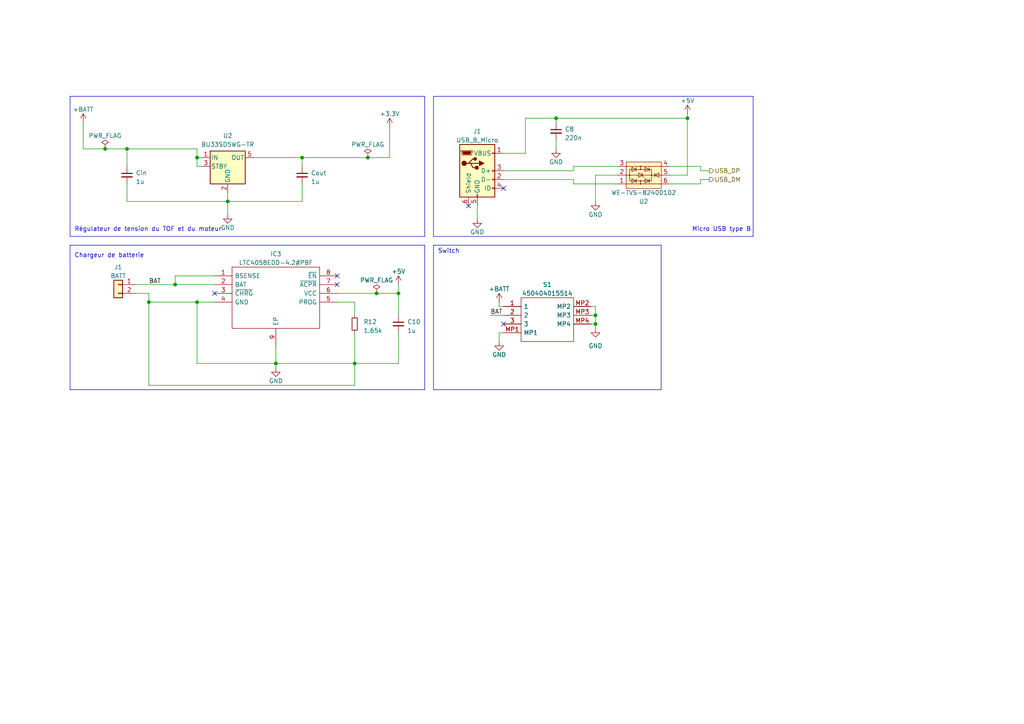
<source format=kicad_sch>
(kicad_sch (version 20230121) (generator eeschema)
  (paper "A4")
  (lib_symbols
    (symbol "450404015514:450404015514" (pin_names (offset 0.762))
      (property "Reference" "S" (at 21.59 7.62 0))
      (property "Value" "450404015514" (at 21.59 5.08 0))
      (symbol "450404015514_0_0"
        (pin passive line (at 0 0 0) (length 5.08) (name "1") (number "1"))
        (pin passive line (at 0 -2.54 0) (length 5.08) (name "2") (number "2"))
        (pin passive line (at 0 -5.08 0) (length 5.08) (name "3") (number "3"))
        (pin passive line (at 0 -7.62 0) (length 5.08) (name "MP1") (number "MP1"))
        (pin passive line (at 25.4 0 180) (length 5.08) (name "MP2") (number "MP2"))
        (pin passive line (at 25.4 -2.54 180) (length 5.08) (name "MP3") (number "MP3"))
        (pin passive line (at 25.4 -5.08 180) (length 5.08) (name "MP4") (number "MP4"))
      )
      (symbol "450404015514_0_1"
        (polyline (pts (xy 5.08 2.54) (xy 20.32 2.54) (xy 20.32 -10.16) (xy 5.08 -10.16) (xy 5.08 2.54)) (stroke (width 0.1524)))
      )
    )
    (symbol "Connector:USB_B_Micro" (pin_names (offset 1.016))
      (property "Reference" "J" (at -5.08 11.43 0))
      (property "Value" "USB_B_Micro" (at -5.08 8.89 0))
      (symbol "USB_B_Micro_0_1"
        (rectangle (start -5.08 -7.62) (end 5.08 7.62) (stroke (width 0.254)) (fill (type background)))
        (circle (center -3.81 2.159) (radius 0.635) (stroke (width 0.254)) (fill (type outline)))
        (circle (center -0.635 3.429) (radius 0.381) (stroke (width 0.254)) (fill (type outline)))
        (rectangle (start -0.127 -7.62) (end 0.127 -6.858))
        (polyline (pts (xy -1.905 2.159) (xy 0.635 2.159)) (stroke (width 0.254)))
        (polyline (pts (xy -3.175 2.159) (xy -2.54 2.159) (xy -1.27 3.429) (xy -0.635 3.429)) (stroke (width 0.254)))
        (polyline (pts (xy -2.54 2.159) (xy -1.905 2.159) (xy -1.27 0.889) (xy 0 0.889)) (stroke (width 0.254)))
        (polyline (pts (xy 0.635 2.794) (xy 0.635 1.524) (xy 1.905 2.159) (xy 0.635 2.794)) (stroke (width 0.254)) (fill (type outline)))
        (polyline (pts (xy -4.318 5.588) (xy -1.778 5.588) (xy -2.032 4.826) (xy -4.064 4.826) (xy -4.318 5.588)) (fill (type outline)))
        (polyline (pts (xy -4.699 5.842) (xy -4.699 5.588) (xy -4.445 4.826) (xy -4.445 4.572) (xy -1.651 4.572) (xy -1.651 4.826) (xy -1.397 5.588) (xy -1.397 5.842) (xy -4.699 5.842)))
        (rectangle (start 0.254 1.27) (end -0.508 0.508) (stroke (width 0.254)) (fill (type outline)))
        (rectangle (start 5.08 -5.207) (end 4.318 -4.953))
        (rectangle (start 5.08 -2.667) (end 4.318 -2.413))
        (rectangle (start 5.08 -0.127) (end 4.318 0.127))
        (rectangle (start 5.08 4.953) (end 4.318 5.207))
      )
      (symbol "USB_B_Micro_1_1"
        (pin power_out line (at 7.62 5.08 180) (length 2.54) (name "VBUS") (number "1"))
        (pin bidirectional line (at 7.62 -2.54 180) (length 2.54) (name "D-") (number "2"))
        (pin bidirectional line (at 7.62 0 180) (length 2.54) (name "D+") (number "3"))
        (pin passive line (at 7.62 -5.08 180) (length 2.54) (name "ID") (number "4"))
        (pin power_out line (at 0 -10.16 90) (length 2.54) (name "GND") (number "5"))
        (pin passive line (at -2.54 -10.16 90) (length 2.54) (name "Shield") (number "6"))
      )
    )
    (symbol "Connector_Generic:Conn_01x02" (pin_names (offset 1.016) hide)
      (property "Reference" "J" (at 0 2.54 0))
      (property "Value" "Conn_01x02" (at 0 -5.08 0))
      (symbol "Conn_01x02_1_1"
        (rectangle (start -1.27 -2.413) (end 0 -2.667) (stroke (width 0.1524)))
        (rectangle (start -1.27 0.127) (end 0 -0.127) (stroke (width 0.1524)))
        (rectangle (start -1.27 1.27) (end 1.27 -3.81) (stroke (width 0.254)) (fill (type background)))
        (pin passive line (at -5.08 0 0) (length 3.81) (name "Pin_1") (number "1"))
        (pin passive line (at -5.08 -2.54 0) (length 3.81) (name "Pin_2") (number "2"))
      )
    )
    (symbol "Device:C_Small" (pin_numbers hide) (pin_names (offset 0.254) hide)
      (property "Reference" "C" (at 0.254 1.778 0))
      (property "Value" "C_Small" (at 0.254 -2.032 0))
      (symbol "C_Small_0_1"
        (polyline (pts (xy -1.524 -0.508) (xy 1.524 -0.508)) (stroke (width 0.3302)))
        (polyline (pts (xy -1.524 0.508) (xy 1.524 0.508)) (stroke (width 0.3048)))
      )
      (symbol "C_Small_1_1"
        (pin passive line (at 0 2.54 270) (length 2.032) (name "~") (number "1"))
        (pin passive line (at 0 -2.54 90) (length 2.032) (name "~") (number "2"))
      )
    )
    (symbol "Device:R_Small" (pin_numbers hide) (pin_names (offset 0.254) hide)
      (property "Reference" "R" (at 0.762 0.508 0))
      (property "Value" "R_Small" (at 0.762 -1.016 0))
      (symbol "R_Small_0_1"
        (rectangle (start -0.762 1.778) (end 0.762 -1.778) (stroke (width 0.2032)))
      )
      (symbol "R_Small_1_1"
        (pin passive line (at 0 2.54 270) (length 0.762) (name "~") (number "1"))
        (pin passive line (at 0 -2.54 90) (length 0.762) (name "~") (number "2"))
      )
    )
    (symbol "LTC4058EDD-4.2#PBF:LTC4058EDD-4.2#PBF" (pin_names (offset 0.762))
      (property "Reference" "IC" (at 31.75 7.62 0))
      (property "Value" "LTC4058EDD-4.2#PBF" (at 31.75 5.08 0))
      (symbol "LTC4058EDD-4.2#PBF_0_0"
        (pin passive line (at 0 0 0) (length 5.08) (name "BSENSE") (number "1"))
        (pin passive line (at 0 -2.54 0) (length 5.08) (name "BAT") (number "2"))
        (pin passive line (at 0 -5.08 0) (length 5.08) (name "~{CHRG}") (number "3"))
        (pin passive line (at 0 -7.62 0) (length 5.08) (name "GND") (number "4"))
        (pin passive line (at 35.56 -7.62 180) (length 5.08) (name "PROG") (number "5"))
        (pin passive line (at 35.56 -5.08 180) (length 5.08) (name "VCC") (number "6"))
        (pin passive line (at 35.56 -2.54 180) (length 5.08) (name "~{ACPR}") (number "7"))
        (pin passive line (at 35.56 0 180) (length 5.08) (name "~{EN}") (number "8"))
        (pin passive line (at 17.78 -20.32 90) (length 5.08) (name "EP") (number "9"))
      )
      (symbol "LTC4058EDD-4.2#PBF_0_1"
        (polyline (pts (xy 5.08 2.54) (xy 30.48 2.54) (xy 30.48 -15.24) (xy 5.08 -15.24) (xy 5.08 2.54)) (stroke (width 0.1524)))
      )
    )
    (symbol "Power_Protection:WE-TVS-82400102"
      (property "Reference" "U" (at 0 7.62 0))
      (property "Value" "WE-TVS-82400102" (at 0 5.08 0))
      (symbol "WE-TVS-82400102_0_1"
        (rectangle (start -5.08 3.81) (end 5.08 -3.81) (fill (type background)))
        (circle (center -4.064 0) (radius 0.127))
        (rectangle (start -4.064 1.651) (end 2.286 -1.651))
        (circle (center -0.889 -2.54) (radius 0.127))
        (circle (center -0.889 -1.651) (radius 0.127))
        (circle (center -0.889 1.651) (radius 0.127))
        (circle (center -0.889 2.54) (radius 0.127))
        (polyline (pts (xy -5.08 -2.54) (xy 5.08 -2.54)))
        (polyline (pts (xy -5.08 2.54) (xy 5.08 2.54)))
        (polyline (pts (xy -4.064 0) (xy -5.08 0)))
        (polyline (pts (xy -4.064 0) (xy 2.286 0)) (fill (type outline)))
        (polyline (pts (xy -2.159 -1.016) (xy -2.159 -2.286)))
        (polyline (pts (xy -2.159 2.286) (xy -2.159 1.016)))
        (polyline (pts (xy -0.889 -1.651) (xy -0.889 -2.413)))
        (polyline (pts (xy -0.889 1.651) (xy -0.889 2.54)))
        (polyline (pts (xy -0.508 -0.635) (xy -0.508 -0.635)))
        (polyline (pts (xy 1.651 -1.016) (xy 1.651 -2.286)))
        (polyline (pts (xy 1.651 2.286) (xy 1.651 1.016)))
        (polyline (pts (xy 2.286 0) (xy 5.08 0)))
        (polyline (pts (xy -3.429 -1.016) (xy -3.429 -2.286) (xy -2.159 -1.651) (xy -3.429 -1.016)))
        (polyline (pts (xy -3.429 1.016) (xy -3.429 2.286) (xy -2.159 1.651) (xy -3.429 1.016)))
        (polyline (pts (xy 0 0.635) (xy -0.254 0.381) (xy -0.254 -0.381) (xy -0.508 -0.635)))
        (polyline (pts (xy 0.381 -1.016) (xy 0.381 -2.286) (xy 1.651 -1.651) (xy 0.381 -1.016)))
        (polyline (pts (xy 0.381 1.016) (xy 0.381 2.286) (xy 1.651 1.651) (xy 0.381 1.016)))
        (circle (center 2.286 0) (radius 0.127))
      )
      (symbol "WE-TVS-82400102_1_1"
        (polyline (pts (xy 3.175 0.635) (xy 3.175 -0.635)))
        (polyline (pts (xy -1.524 0.635) (xy -1.524 -0.635) (xy -0.254 0) (xy -1.524 0.635)))
        (polyline (pts (xy 4.445 0.635) (xy 4.445 -0.635) (xy 3.175 0) (xy 4.445 0.635)))
        (pin passive line (at -7.62 2.54 0) (length 2.54) (name "~") (number "1"))
        (pin passive line (at -7.62 0 0) (length 2.54) (name "~") (number "2"))
        (pin passive line (at -7.62 -2.54 0) (length 2.54) (name "~") (number "3"))
        (pin passive line (at 7.62 -2.54 180) (length 2.54) (name "~") (number "4"))
        (pin passive line (at 7.62 0 180) (length 2.54) (name "~") (number "5"))
        (pin passive line (at 7.62 2.54 180) (length 2.54) (name "~") (number "6"))
      )
    )
    (symbol "WITNS_ROHM:BU33SD5WG-TR" (pin_names (offset 0.254))
      (property "Reference" "U?" (at 0 10.16 0))
      (property "Value" "BU33SD5WG-TR" (at 0 7.62 0))
      (symbol "BU33SD5WG-TR_0_1"
        (rectangle (start -5.08 4.445) (end 5.08 -5.08) (stroke (width 0.254)) (fill (type background)))
      )
      (symbol "BU33SD5WG-TR_1_1"
        (pin power_in line (at -7.62 2.54 0) (length 2.54) (name "IN") (number "1"))
        (pin power_in line (at 0 -7.62 90) (length 2.54) (name "GND") (number "2"))
        (pin input line (at -7.62 0 0) (length 2.54) (name "STBY") (number "3"))
        (pin no_connect line (at 5.08 0 180) (length 2.54) hide (name "NC") (number "4"))
        (pin power_out line (at 7.62 2.54 180) (length 2.54) (name "OUT") (number "5"))
      )
    )
    (symbol "power:+3.3V" (power) (pin_names (offset 0))
      (property "Value" "+3.3V" (at 0 3.556 0))
      (symbol "+3.3V_0_1"
        (polyline (pts (xy -0.762 1.27) (xy 0 2.54)))
        (polyline (pts (xy 0 0) (xy 0 2.54)))
        (polyline (pts (xy 0 2.54) (xy 0.762 1.27)))
      )
      (symbol "+3.3V_1_1"
        (pin power_in line (at 0 0 90) (length 0) hide (name "+3.3V") (number "1"))
      )
    )
    (symbol "power:+5V" (power) (pin_names (offset 0))
      (property "Value" "+5V" (at 0 3.556 0))
      (symbol "+5V_0_1"
        (polyline (pts (xy -0.762 1.27) (xy 0 2.54)))
        (polyline (pts (xy 0 0) (xy 0 2.54)))
        (polyline (pts (xy 0 2.54) (xy 0.762 1.27)))
      )
      (symbol "+5V_1_1"
        (pin power_in line (at 0 0 90) (length 0) hide (name "+5V") (number "1"))
      )
    )
    (symbol "power:+BATT" (power) (pin_names (offset 0))
      (property "Value" "+BATT" (at 0 3.556 0))
      (symbol "+BATT_0_1"
        (polyline (pts (xy -0.762 1.27) (xy 0 2.54)))
        (polyline (pts (xy 0 0) (xy 0 2.54)))
        (polyline (pts (xy 0 2.54) (xy 0.762 1.27)))
      )
      (symbol "+BATT_1_1"
        (pin power_in line (at 0 0 90) (length 0) hide (name "+BATT") (number "1"))
      )
    )
    (symbol "power:GND" (power) (pin_names (offset 0))
      (property "Value" "GND" (at 0 -3.81 0))
      (symbol "GND_0_1"
        (polyline (pts (xy 0 0) (xy 0 -1.27) (xy 1.27 -1.27) (xy 0 -2.54) (xy -1.27 -1.27) (xy 0 -1.27)))
      )
      (symbol "GND_1_1"
        (pin power_in line (at 0 0 270) (length 0) hide (name "GND") (number "1"))
      )
    )
    (symbol "power:PWR_FLAG" (power) (pin_numbers hide) (pin_names (offset 0) hide)
      (property "Value" "PWR_FLAG" (at 0 3.81 0))
      (symbol "PWR_FLAG_0_0"
        (pin power_out line (at 0 0 90) (length 0) (name "pwr") (number "1"))
      )
      (symbol "PWR_FLAG_0_1"
        (polyline (pts (xy 0 0) (xy 0 1.27) (xy -1.016 1.905) (xy 0 2.54) (xy 1.016 1.905) (xy 0 1.27)))
      )
    )
  )
  (junction (at 161.29 34.29))
  (junction (at 199.39 34.29))
  (junction (at 57.15 87.63))
  (junction (at 30.48 43.18))
  (junction (at 36.83 43.18))
  (junction (at 109.22 85.09))
  (junction (at 106.68 45.72))
  (junction (at 87.63 45.72))
  (junction (at 66.04 58.42))
  (junction (at 50.8 82.55))
  (junction (at 102.87 105.41))
  (junction (at 172.72 91.44))
  (junction (at 115.57 85.09))
  (junction (at 80.01 105.41))
  (junction (at 43.18 87.63))
  (junction (at 172.72 93.98))
  (junction (at 57.15 45.72))
  (no_connect (at 135.89 59.69))
  (no_connect (at 146.05 93.98))
  (no_connect (at 146.05 54.61))
  (no_connect (at 62.23 85.09))
  (no_connect (at 97.79 80.01))
  (no_connect (at 97.79 82.55))
  (polyline (pts (xy 191.77 113.03) (xy 125.73 113.03)))
  (wire (pts (xy 50.8 80.01) (xy 50.8 82.55)))
  (polyline (pts (xy 191.77 71.12) (xy 191.77 113.03)))
  (wire (pts (xy 113.03 36.83) (xy 113.03 45.72)))
  (wire (pts (xy 171.45 91.44) (xy 172.72 91.44)))
  (wire (pts (xy 115.57 91.44) (xy 115.57 85.09)))
  (wire (pts (xy 152.4 34.29) (xy 161.29 34.29)))
  (wire (pts (xy 66.04 58.42) (xy 66.04 62.23)))
  (wire (pts (xy 166.37 53.34) (xy 179.07 53.34)))
  (polyline (pts (xy 123.19 27.94) (xy 123.19 68.58)))
  (wire (pts (xy 166.37 48.26) (xy 179.07 48.26)))
  (polyline (pts (xy 20.32 71.12) (xy 20.32 113.03)))
  (wire (pts (xy 194.31 53.34) (xy 203.2 53.34)))
  (wire (pts (xy 106.68 45.72) (xy 113.03 45.72)))
  (wire (pts (xy 199.39 33.02) (xy 199.39 34.29)))
  (wire (pts (xy 115.57 85.09) (xy 109.22 85.09)))
  (wire (pts (xy 57.15 87.63) (xy 62.23 87.63)))
  (polyline (pts (xy 20.32 27.94) (xy 20.32 68.58)))
  (wire (pts (xy 50.8 82.55) (xy 62.23 82.55)))
  (wire (pts (xy 199.39 34.29) (xy 199.39 50.8)))
  (wire (pts (xy 109.22 85.09) (xy 97.79 85.09)))
  (wire (pts (xy 39.37 85.09) (xy 43.18 85.09)))
  (wire (pts (xy 161.29 40.64) (xy 161.29 43.18)))
  (wire (pts (xy 57.15 45.72) (xy 57.15 43.18)))
  (wire (pts (xy 203.2 49.53) (xy 205.74 49.53)))
  (wire (pts (xy 144.78 96.52) (xy 144.78 99.06)))
  (wire (pts (xy 194.31 48.26) (xy 203.2 48.26)))
  (wire (pts (xy 66.04 55.88) (xy 66.04 58.42)))
  (wire (pts (xy 62.23 80.01) (xy 50.8 80.01)))
  (wire (pts (xy 199.39 50.8) (xy 194.31 50.8)))
  (polyline (pts (xy 125.73 27.94) (xy 218.44 27.94)))
  (polyline (pts (xy 123.19 113.03) (xy 123.19 71.12)))
  (wire (pts (xy 161.29 34.29) (xy 161.29 35.56)))
  (wire (pts (xy 102.87 87.63) (xy 102.87 91.44)))
  (polyline (pts (xy 123.19 71.12) (xy 20.32 71.12)))
  (polyline (pts (xy 125.73 71.12) (xy 125.73 113.03)))
  (wire (pts (xy 161.29 34.29) (xy 199.39 34.29)))
  (wire (pts (xy 87.63 45.72) (xy 106.68 45.72)))
  (polyline (pts (xy 20.32 113.03) (xy 123.19 113.03)))
  (wire (pts (xy 146.05 44.45) (xy 152.4 44.45)))
  (wire (pts (xy 146.05 49.53) (xy 166.37 49.53)))
  (wire (pts (xy 80.01 105.41) (xy 80.01 106.68)))
  (wire (pts (xy 203.2 48.26) (xy 203.2 49.53)))
  (polyline (pts (xy 123.19 68.58) (xy 20.32 68.58)))
  (wire (pts (xy 73.66 45.72) (xy 87.63 45.72)))
  (wire (pts (xy 36.83 43.18) (xy 57.15 43.18)))
  (wire (pts (xy 97.79 87.63) (xy 102.87 87.63)))
  (wire (pts (xy 172.72 95.25) (xy 172.72 93.98)))
  (wire (pts (xy 58.42 48.26) (xy 57.15 48.26)))
  (wire (pts (xy 166.37 52.07) (xy 166.37 53.34)))
  (wire (pts (xy 36.83 53.34) (xy 36.83 58.42)))
  (wire (pts (xy 172.72 91.44) (xy 172.72 88.9)))
  (wire (pts (xy 172.72 50.8) (xy 172.72 58.42)))
  (wire (pts (xy 115.57 82.55) (xy 115.57 85.09)))
  (wire (pts (xy 43.18 111.76) (xy 102.87 111.76)))
  (wire (pts (xy 115.57 105.41) (xy 102.87 105.41)))
  (wire (pts (xy 172.72 93.98) (xy 172.72 91.44)))
  (wire (pts (xy 152.4 44.45) (xy 152.4 34.29)))
  (wire (pts (xy 171.45 93.98) (xy 172.72 93.98)))
  (wire (pts (xy 179.07 50.8) (xy 172.72 50.8)))
  (wire (pts (xy 24.13 35.56) (xy 24.13 43.18)))
  (wire (pts (xy 102.87 105.41) (xy 80.01 105.41)))
  (polyline (pts (xy 20.32 27.94) (xy 123.19 27.94)))
  (wire (pts (xy 43.18 85.09) (xy 43.18 87.63)))
  (wire (pts (xy 146.05 52.07) (xy 166.37 52.07)))
  (polyline (pts (xy 125.73 71.12) (xy 191.77 71.12)))
  (wire (pts (xy 172.72 88.9) (xy 171.45 88.9)))
  (wire (pts (xy 203.2 53.34) (xy 203.2 52.07)))
  (wire (pts (xy 39.37 82.55) (xy 50.8 82.55)))
  (wire (pts (xy 57.15 105.41) (xy 57.15 87.63)))
  (polyline (pts (xy 218.44 27.94) (xy 218.44 68.58)))
  (wire (pts (xy 80.01 105.41) (xy 57.15 105.41)))
  (wire (pts (xy 43.18 87.63) (xy 57.15 87.63)))
  (wire (pts (xy 57.15 45.72) (xy 58.42 45.72)))
  (wire (pts (xy 36.83 48.26) (xy 36.83 43.18)))
  (wire (pts (xy 43.18 87.63) (xy 43.18 111.76)))
  (wire (pts (xy 36.83 58.42) (xy 66.04 58.42)))
  (wire (pts (xy 115.57 96.52) (xy 115.57 105.41)))
  (wire (pts (xy 30.48 43.18) (xy 36.83 43.18)))
  (wire (pts (xy 138.43 59.69) (xy 138.43 63.5)))
  (polyline (pts (xy 218.44 68.58) (xy 125.73 68.58)))
  (wire (pts (xy 87.63 53.34) (xy 87.63 58.42)))
  (wire (pts (xy 102.87 96.52) (xy 102.87 105.41)))
  (wire (pts (xy 66.04 58.42) (xy 87.63 58.42)))
  (wire (pts (xy 57.15 48.26) (xy 57.15 45.72)))
  (wire (pts (xy 203.2 52.07) (xy 205.74 52.07)))
  (wire (pts (xy 166.37 49.53) (xy 166.37 48.26)))
  (wire (pts (xy 24.13 43.18) (xy 30.48 43.18)))
  (wire (pts (xy 102.87 105.41) (xy 102.87 111.76)))
  (wire (pts (xy 80.01 100.33) (xy 80.01 105.41)))
  (polyline (pts (xy 125.73 27.94) (xy 125.73 68.58)))
  (wire (pts (xy 87.63 45.72) (xy 87.63 48.26)))
  (wire (pts (xy 144.78 96.52) (xy 146.05 96.52)))
  (wire (pts (xy 142.24 91.44) (xy 146.05 91.44)))
  (wire (pts (xy 144.78 87.63) (xy 144.78 88.9)))
  (wire (pts (xy 144.78 88.9) (xy 146.05 88.9)))
  (text "Chargeur de batterie\n" (at 21.59 74.93 0) (effects (font (size 1.27 1.27)) (justify left bottom)))
  (text "Micro USB type B" (at 200.66 67.31 0) (effects (font (size 1.27 1.27)) (justify left bottom)))
  (text "Régulateur de tension du TOF et du moteur\n" (at 21.59 67.31 0) (effects (font (size 1.27 1.27)) (justify left bottom)))
  (text "Switch\n" (at 127 73.66 0) (effects (font (size 1.27 1.27)) (justify left bottom)))
  (label "BAT" (at 142.24 91.44 0))
  (label "BAT" (at 43.18 82.55 0))
  (hierarchical_label "USB_DM" (shape output) (at 205.74 52.07 0))
  (hierarchical_label "USB_DP" (shape output) (at 205.74 49.53 0))
  (symbol (lib_id "Connector:USB_B_Micro") (at 138.43 49.53 0) (unit 1)
    (property "Reference" "J1" (at 138.43 38.1 0))
    (property "Value" "USB_B_Micro" (at 138.43 40.64 0))
    (instances (project "Projet_Controler" (path "" (reference "J1") (unit 1)) (path "" (reference "J2") (unit 1))))
  )
  (symbol (lib_id "power:GND") (at 66.04 62.23 0) (unit 1)
    (property "Reference" "#PWR02" (effects hide))
    (property "Value" "GND" (at 66.04 66.04 0))
  )
  (symbol (lib_id "LTC4058EDD-4.2#PBF:LTC4058EDD-4.2#PBF") (at 62.23 80.01 0) (unit 1)
    (property "Reference" "IC3" (at 80.01 73.66 0))
    (property "Value" "LTC4058EDD-4.2#PBF" (at 80.01 76.2 0))
    (property "Footprint" "Package_DFN_QFN:DFN-8-1EP_3x3mm_P0.5mm_EP1.65x2.38mm_ThermalVias" (effects hide))
    (property "Datasheet" "https://www.analog.com/media/en/technical-documentation/data-sheets/405842fs.pdf" (effects hide))
    (property "Description" "IC CHARGER BATTERY LI-ION 8-DFN" (effects hide))
    (property "Height" "0.85" (effects hide))
    (property "Manufacturer_Name" "Analog Devices" (effects hide))
    (property "Manufacturer_Part_Number" "LTC4058EDD-4.2#PBF" (effects hide))
    (property "Mouser Part Number" "584-C4058EDD-4.2PBF" (effects hide))
    (property "Mouser Price/Stock" "https://www.mouser.com/Search/Refine.aspx?Keyword=584-C4058EDD-4.2PBF" (effects hide))
  )
  (symbol (lib_id "power:GND") (at 138.43 63.5 0) (unit 1)
    (property "Reference" "#PWR010" (effects hide))
    (property "Value" "GND" (at 138.43 67.31 0))
  )
  (symbol (lib_id "Device:R_Small") (at 102.87 93.98 0) (unit 1)
    (property "Reference" "R12" (at 105.41 93.345 0) (effects (justify left)))
    (property "Value" "1.65k" (at 105.41 95.885 0) (effects (justify left)))
    (instances (project "Projet_Controler" (path "" (reference "R12") (unit 1)) (path "" (reference "R6") (unit 1))))
  )
  (symbol (lib_id "power:PWR_FLAG") (at 106.68 45.72 0) (unit 1)
    (property "Reference" "#FLG02" (effects hide))
    (property "Value" "PWR_FLAG" (at 106.68 41.91 0))
  )
  (symbol (lib_id "power:GND") (at 80.01 106.68 0) (unit 1)
    (property "Reference" "#PWR09" (effects hide))
    (property "Value" "GND" (at 80.01 110.49 0))
  )
  (symbol (lib_id "power:+BATT") (at 24.13 35.56 0) (unit 1)
    (property "Reference" "#PWR04" (effects hide))
    (property "Value" "+BATT" (at 24.13 31.75 0))
  )
  (symbol (lib_id "WITNS_ROHM:BU33SD5WG-TR") (at 66.04 48.26 0) (unit 1)
    (property "Reference" "U2" (at 66.04 39.37 0))
    (property "Value" "BU33SD5WG-TR" (at 66.04 41.91 0))
    (property "Footprint" "Package_TO_SOT_SMD:SOT-23-5" (effects hide))
    (property "Datasheet" "https://fscdn.rohm.com/en/products/databook/datasheet/ic/power/linear_regulator/buxxsd5wg-e.pdf" (effects hide))
  )
  (symbol (lib_id "450404015514:450404015514") (at 146.05 88.9 0) (unit 1)
    (property "Reference" "S1" (at 158.75 82.55 0))
    (property "Value" "450404015514" (at 158.75 85.09 0))
    (property "Footprint" "pcb:450404015514" (effects hide))
    (property "Datasheet" "https://katalog.we-online.de/em/datasheet/450404015514.pdf" (effects hide))
    (property "Description" "Slide Switch SPDT Surface Mount" (effects hide))
    (property "Height" "1.4" (effects hide))
    (property "Manufacturer_Name" "Wurth Elektronik" (effects hide))
    (property "Manufacturer_Part_Number" "450404015514" (effects hide))
    (property "Mouser Part Number" "710-450404015514" (effects hide))
    (property "Mouser Price/Stock" "https://www.mouser.co.uk/ProductDetail/Wurth-Elektronik/450404015514?qs=sPbYRqrBIVk21%2FxsES2IZA%3D%3D" (effects hide))
  )
  (symbol (lib_id "Device:C_Small") (at 161.29 38.1 0) (unit 1)
    (property "Reference" "C8" (at 163.83 37.4713 0) (effects (justify left)))
    (property "Value" "220n" (at 163.83 40.0113 0) (effects (justify left)))
    (instances (project "Projet_Controler" (path "" (reference "C8") (unit 1)) (path "" (reference "C5") (unit 1))))
  )
  (symbol (lib_id "power:PWR_FLAG") (at 30.48 43.18 0) (unit 1)
    (property "Reference" "#FLG01" (effects hide))
    (property "Value" "PWR_FLAG" (at 30.48 39.37 0))
  )
  (symbol (lib_id "power:+5V") (at 115.57 82.55 0) (unit 1)
    (property "Reference" "#PWR07" (effects hide))
    (property "Value" "+5V" (at 115.57 78.74 0))
  )
  (symbol (lib_id "Device:C_Small") (at 36.83 50.8 0) (unit 1)
    (property "Reference" "Cin" (at 39.37 50.1713 0) (effects (justify left)))
    (property "Value" "1u" (at 39.37 52.7113 0) (effects (justify left)))
    (instances (project "Projet_Controler" (path "" (reference "Cin") (unit 1)) (path "" (reference "Cin1") (unit 1))))
  )
  (symbol (lib_id "power:+3.3V") (at 113.03 36.83 0) (unit 1)
    (property "Reference" "#PWR05" (effects hide))
    (property "Value" "+3.3V" (at 113.03 33.02 0))
  )
  (symbol (lib_id "Power_Protection:WE-TVS-82400102") (at 186.69 50.8 0) (mirror x) (unit 1)
    (property "Reference" "U2" (at 186.69 58.42 0))
    (property "Value" "WE-TVS-82400102" (at 186.69 55.88 0))
    (property "Footprint" "Package_TO_SOT_SMD:SOT-23-6" (effects hide))
    (property "Datasheet" "https://katalog.we-online.de/pbs/datasheet/82400102.pdf" (effects hide))
    (instances (project "Projet_Controler" (path "" (reference "U2") (unit 1)) (path "" (reference "U1") (unit 1))))
  )
  (symbol (lib_id "power:+BATT") (at 144.78 87.63 0) (unit 1)
    (property "Reference" "#PWR08" (effects hide))
    (property "Value" "+BATT" (at 144.78 83.82 0))
  )
  (symbol (lib_id "power:GND") (at 172.72 95.25 0) (unit 1)
    (property "Reference" "#PWR014" (effects hide))
    (property "Value" "GND" (at 172.72 100.33 0))
  )
  (symbol (lib_id "power:PWR_FLAG") (at 109.22 85.09 0) (unit 1)
    (property "Reference" "#FLG03" (effects hide))
    (property "Value" "PWR_FLAG" (at 109.22 81.28 0))
  )
  (symbol (lib_id "Connector_Generic:Conn_01x02") (at 34.29 82.55 0) (mirror y) (unit 1)
    (property "Reference" "J1" (at 34.29 77.47 0))
    (property "Value" "BATT" (at 34.29 80.01 0))
  )
  (symbol (lib_id "power:+5V") (at 199.39 33.02 0) (unit 1)
    (property "Reference" "#PWR06" (effects hide))
    (property "Value" "+5V" (at 199.39 29.21 0))
  )
  (symbol (lib_id "Device:C_Small") (at 115.57 93.98 0) (unit 1)
    (property "Reference" "C10" (at 118.11 93.3513 0) (effects (justify left)))
    (property "Value" "1u" (at 118.11 95.8913 0) (effects (justify left)))
    (instances (project "Projet_Controler" (path "" (reference "C10") (unit 1)) (path "" (reference "C4") (unit 1))))
  )
  (symbol (lib_id "power:GND") (at 161.29 43.18 0) (unit 1)
    (property "Reference" "#PWR011" (effects hide))
    (property "Value" "GND" (at 161.29 46.99 0))
  )
  (symbol (lib_id "power:GND") (at 172.72 58.42 0) (unit 1)
    (property "Reference" "#PWR012" (effects hide))
    (property "Value" "GND" (at 172.72 62.23 0))
  )
  (symbol (lib_id "power:GND") (at 144.78 99.06 0) (unit 1)
    (property "Reference" "#PWR015" (effects hide))
    (property "Value" "GND" (at 144.78 102.87 0))
  )
  (symbol (lib_id "Device:C_Small") (at 87.63 50.8 0) (unit 1)
    (property "Reference" "Cout" (at 90.17 50.1713 0) (effects (justify left)))
    (property "Value" "1u" (at 90.17 52.7113 0) (effects (justify left)))
    (instances (project "Projet_Controler" (path "" (reference "Cout") (unit 1)) (path "" (reference "Cout1") (unit 1))))
  )
)
</source>
